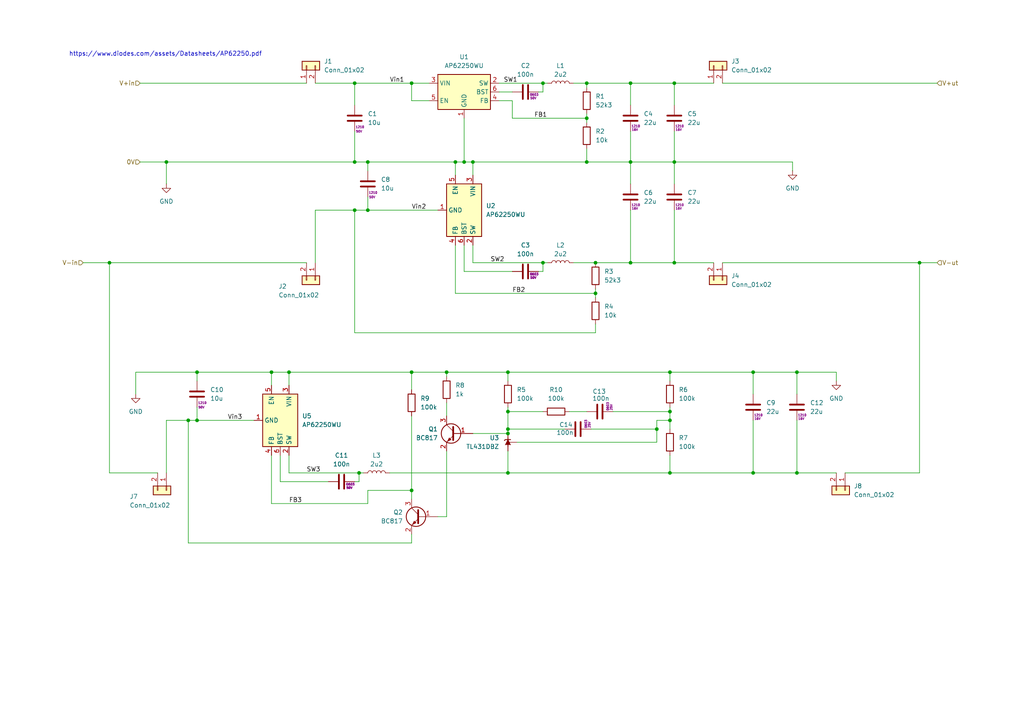
<source format=kicad_sch>
(kicad_sch (version 20231120) (generator "eeschema") (generator_version "8.0")
  (paper "A4")
  (lib_symbols
    (symbol "Connector_Generic:Conn_01x02" (pin_names (offset 1.016) hide)
      (property "Reference" "J" (at 0 2.54 0))
      (property "Value" "Conn_01x02" (at 0 -5.08 0))
      (symbol "Conn_01x02_1_1"
        (rectangle (start -1.27 -2.413) (end 0 -2.667) (stroke (width 0.1524)))
        (rectangle (start -1.27 0.127) (end 0 -0.127) (stroke (width 0.1524)))
        (rectangle (start -1.27 1.27) (end 1.27 -3.81) (stroke (width 0.254)) (fill (type background)))
        (pin passive line (at -5.08 0 0) (length 3.81) (name "Pin_1") (number "1"))
        (pin passive line (at -5.08 -2.54 0) (length 3.81) (name "Pin_2") (number "2"))
      )
    )
    (symbol "Device:C" (pin_numbers hide) (pin_names (offset 0.254))
      (property "Reference" "C" (at 0.635 2.54 0))
      (property "Value" "C" (at 0.635 -2.54 0))
      (symbol "C_0_1"
        (polyline (pts (xy -2.032 -0.762) (xy 2.032 -0.762)) (stroke (width 0.508)))
        (polyline (pts (xy -2.032 0.762) (xy 2.032 0.762)) (stroke (width 0.508)))
      )
      (symbol "C_1_1"
        (pin passive line (at 0 3.81 270) (length 2.794) (name "~") (number "1"))
        (pin passive line (at 0 -3.81 90) (length 2.794) (name "~") (number "2"))
      )
    )
    (symbol "Device:L" (pin_numbers hide) (pin_names (offset 1.016) hide)
      (property "Reference" "L" (at -1.27 0 90))
      (property "Value" "L" (at 1.905 0 90))
      (symbol "L_0_1"
        (arc (start 0 -2.54) (mid 0.6323 -1.905) (end 0 -1.27))
        (arc (start 0 -1.27) (mid 0.6323 -0.635) (end 0 0))
        (arc (start 0 0) (mid 0.6323 0.635) (end 0 1.27))
        (arc (start 0 1.27) (mid 0.6323 1.905) (end 0 2.54))
      )
      (symbol "L_1_1"
        (pin passive line (at 0 3.81 270) (length 1.27) (name "1") (number "1"))
        (pin passive line (at 0 -3.81 90) (length 1.27) (name "2") (number "2"))
      )
    )
    (symbol "Device:R" (pin_numbers hide) (pin_names (offset 0))
      (property "Reference" "R" (at 2.032 0 90))
      (property "Value" "R" (at 0 0 90))
      (symbol "R_0_1"
        (rectangle (start -1.016 -2.54) (end 1.016 2.54) (stroke (width 0.254)))
      )
      (symbol "R_1_1"
        (pin passive line (at 0 3.81 270) (length 1.27) (name "~") (number "1"))
        (pin passive line (at 0 -3.81 90) (length 1.27) (name "~") (number "2"))
      )
    )
    (symbol "Reference_Voltage:TL431DBZ" (pin_numbers hide) (pin_names hide)
      (property "Reference" "U" (at -2.54 2.54 0))
      (property "Value" "TL431DBZ" (at 0 -2.54 0))
      (symbol "TL431DBZ_0_1"
        (polyline (pts (xy -1.27 0) (xy 0 0) (xy 1.27 0)))
        (polyline (pts (xy -0.762 0.762) (xy 0.762 0) (xy -0.762 -0.762)) (fill (type outline)))
        (polyline (pts (xy 0.508 -1.016) (xy 0.762 -0.762) (xy 0.762 0.762) (xy 0.762 0.762)) (stroke (width 0.254)))
      )
      (symbol "TL431DBZ_1_1"
        (pin passive line (at 2.54 0 180) (length 2.54) (name "K") (number "1"))
        (pin passive line (at 0 2.54 270) (length 2.54) (name "REF") (number "2"))
        (pin passive line (at -2.54 0 0) (length 2.54) (name "A") (number "3"))
      )
    )
    (symbol "Regulator_Switching:AP62250WU"
      (property "Reference" "U" (at -7.62 6.35 0))
      (property "Value" "AP62250WU" (at 6.35 -6.35 0))
      (symbol "AP62250WU_0_1"
        (rectangle (start -7.62 5.08) (end 7.62 -5.08) (stroke (width 0.254)) (fill (type background)))
      )
      (symbol "AP62250WU_1_1"
        (pin power_in line (at 0 -7.62 90) (length 2.54) (name "GND") (number "1"))
        (pin output line (at 10.16 2.54 180) (length 2.54) (name "SW") (number "2"))
        (pin power_in line (at -10.16 2.54 0) (length 2.54) (name "VIN") (number "3"))
        (pin input line (at 10.16 -2.54 180) (length 2.54) (name "FB") (number "4"))
        (pin passive line (at -10.16 -2.54 0) (length 2.54) (name "EN") (number "5"))
        (pin passive line (at 10.16 0 180) (length 2.54) (name "BST") (number "6"))
      )
    )
    (symbol "Transistor_BJT:BC817" (pin_names (offset 0) hide)
      (property "Reference" "Q" (at 5.08 1.905 0))
      (property "Value" "BC817" (at 5.08 0 0))
      (symbol "BC817_0_1"
        (polyline (pts (xy 0.635 0.635) (xy 2.54 2.54)))
        (polyline (pts (xy 0.635 -0.635) (xy 2.54 -2.54) (xy 2.54 -2.54)))
        (polyline (pts (xy 0.635 1.905) (xy 0.635 -1.905) (xy 0.635 -1.905)) (stroke (width 0.508)))
        (polyline (pts (xy 1.27 -1.778) (xy 1.778 -1.27) (xy 2.286 -2.286) (xy 1.27 -1.778) (xy 1.27 -1.778)) (fill (type outline)))
        (circle (center 1.27 0) (radius 2.8194) (stroke (width 0.254)))
      )
      (symbol "BC817_1_1"
        (pin input line (at -5.08 0 0) (length 5.715) (name "B") (number "1"))
        (pin passive line (at 2.54 -5.08 90) (length 2.54) (name "E") (number "2"))
        (pin passive line (at 2.54 5.08 270) (length 2.54) (name "C") (number "3"))
      )
    )
    (symbol "power:GND" (power) (pin_numbers hide) (pin_names (offset 0) hide)
      (property "Value" "GND" (at 0 -3.81 0))
      (symbol "GND_0_1"
        (polyline (pts (xy 0 0) (xy 0 -1.27) (xy 1.27 -1.27) (xy 0 -2.54) (xy -1.27 -1.27) (xy 0 -1.27)))
      )
      (symbol "GND_1_1"
        (pin power_in line (at 0 0 270) (length 0) (name "~") (number "1"))
      )
    )
  )
  (junction (at 266.7 76.2))
  (junction (at 194.31 107.95))
  (junction (at 147.32 125.73))
  (junction (at 172.72 76.2))
  (junction (at 170.18 46.99))
  (junction (at 182.88 76.2))
  (junction (at 218.44 107.95))
  (junction (at 195.58 46.99))
  (junction (at 134.62 46.99))
  (junction (at 102.87 24.13))
  (junction (at 170.18 24.13))
  (junction (at 104.14 137.16))
  (junction (at 170.18 34.29))
  (junction (at 190.5 124.46))
  (junction (at 147.32 124.46))
  (junction (at 137.16 46.99))
  (junction (at 182.88 24.13))
  (junction (at 132.08 46.99))
  (junction (at 195.58 24.13))
  (junction (at 182.88 46.99))
  (junction (at 194.31 121.92))
  (junction (at 194.31 137.16))
  (junction (at 102.87 60.96))
  (junction (at 172.72 85.09))
  (junction (at 54.61 121.92))
  (junction (at 57.15 121.92))
  (junction (at 157.48 76.2))
  (junction (at 57.15 107.95))
  (junction (at 195.58 76.2))
  (junction (at 147.32 137.16))
  (junction (at 147.32 119.38))
  (junction (at 157.48 24.13))
  (junction (at 129.54 107.95))
  (junction (at 102.87 46.99))
  (junction (at 119.38 24.13))
  (junction (at 78.74 107.95))
  (junction (at 231.14 107.95))
  (junction (at 48.26 46.99))
  (junction (at 106.68 46.99))
  (junction (at 147.32 107.95))
  (junction (at 119.38 142.24))
  (junction (at 218.44 137.16))
  (junction (at 31.75 76.2))
  (junction (at 83.82 107.95))
  (junction (at 231.14 137.16))
  (junction (at 106.68 60.96))
  (junction (at 119.38 107.95))
  (junction (at 194.31 119.38))
  (wire (pts (xy 119.38 29.21) (xy 119.38 24.13)))
  (wire (pts (xy 242.57 107.95) (xy 242.57 110.49)))
  (wire (pts (xy 40.64 24.13) (xy 88.9 24.13)))
  (wire (pts (xy 147.32 119.38) (xy 147.32 124.46)))
  (wire (pts (xy 195.58 38.1) (xy 195.58 46.99)))
  (wire (pts (xy 172.72 76.2) (xy 182.88 76.2)))
  (wire (pts (xy 91.44 76.2) (xy 91.44 60.96)))
  (wire (pts (xy 83.82 137.16) (xy 104.14 137.16)))
  (wire (pts (xy 102.87 38.1) (xy 102.87 46.99)))
  (wire (pts (xy 127 149.86) (xy 129.54 149.86)))
  (wire (pts (xy 132.08 85.09) (xy 172.72 85.09)))
  (wire (pts (xy 147.32 119.38) (xy 157.48 119.38)))
  (wire (pts (xy 54.61 157.48) (xy 119.38 157.48)))
  (wire (pts (xy 245.11 137.16) (xy 266.7 137.16)))
  (wire (pts (xy 195.58 24.13) (xy 207.01 24.13)))
  (wire (pts (xy 195.58 60.96) (xy 195.58 76.2)))
  (wire (pts (xy 134.62 78.74) (xy 134.62 71.12)))
  (wire (pts (xy 156.21 26.67) (xy 157.48 26.67)))
  (wire (pts (xy 147.32 107.95) (xy 194.31 107.95)))
  (wire (pts (xy 172.72 85.09) (xy 172.72 86.36)))
  (wire (pts (xy 119.38 154.94) (xy 119.38 157.48)))
  (wire (pts (xy 147.32 130.81) (xy 147.32 137.16)))
  (wire (pts (xy 104.14 137.16) (xy 104.14 139.7)))
  (wire (pts (xy 106.68 46.99) (xy 106.68 49.53)))
  (wire (pts (xy 102.87 60.96) (xy 102.87 96.52)))
  (wire (pts (xy 195.58 46.99) (xy 195.58 53.34)))
  (wire (pts (xy 39.37 107.95) (xy 57.15 107.95)))
  (wire (pts (xy 194.31 118.11) (xy 194.31 119.38)))
  (wire (pts (xy 102.87 46.99) (xy 106.68 46.99)))
  (wire (pts (xy 148.59 34.29) (xy 170.18 34.29)))
  (wire (pts (xy 182.88 24.13) (xy 182.88 30.48)))
  (wire (pts (xy 157.48 76.2) (xy 157.48 78.74)))
  (wire (pts (xy 149.86 128.27) (xy 190.5 128.27)))
  (wire (pts (xy 147.32 124.46) (xy 163.83 124.46)))
  (wire (pts (xy 190.5 124.46) (xy 190.5 121.92)))
  (wire (pts (xy 48.26 46.99) (xy 48.26 53.34)))
  (wire (pts (xy 172.72 96.52) (xy 102.87 96.52)))
  (wire (pts (xy 182.88 46.99) (xy 195.58 46.99)))
  (wire (pts (xy 57.15 118.11) (xy 57.15 121.92)))
  (wire (pts (xy 137.16 46.99) (xy 170.18 46.99)))
  (wire (pts (xy 48.26 121.92) (xy 54.61 121.92)))
  (wire (pts (xy 148.59 29.21) (xy 148.59 34.29)))
  (wire (pts (xy 144.78 29.21) (xy 148.59 29.21)))
  (wire (pts (xy 83.82 107.95) (xy 83.82 111.76)))
  (wire (pts (xy 194.31 107.95) (xy 218.44 107.95)))
  (wire (pts (xy 132.08 46.99) (xy 134.62 46.99)))
  (wire (pts (xy 144.78 26.67) (xy 148.59 26.67)))
  (wire (pts (xy 194.31 119.38) (xy 194.31 121.92)))
  (wire (pts (xy 182.88 24.13) (xy 195.58 24.13)))
  (wire (pts (xy 81.28 139.7) (xy 81.28 132.08)))
  (wire (pts (xy 31.75 76.2) (xy 31.75 137.16)))
  (wire (pts (xy 157.48 24.13) (xy 158.75 24.13)))
  (wire (pts (xy 229.87 46.99) (xy 229.87 49.53)))
  (wire (pts (xy 129.54 149.86) (xy 129.54 130.81)))
  (wire (pts (xy 91.44 60.96) (xy 102.87 60.96)))
  (wire (pts (xy 182.88 46.99) (xy 182.88 53.34)))
  (wire (pts (xy 147.32 125.73) (xy 147.32 124.46)))
  (wire (pts (xy 218.44 137.16) (xy 231.14 137.16)))
  (wire (pts (xy 78.74 111.76) (xy 78.74 107.95)))
  (wire (pts (xy 157.48 76.2) (xy 158.75 76.2)))
  (wire (pts (xy 166.37 24.13) (xy 170.18 24.13)))
  (wire (pts (xy 31.75 76.2) (xy 88.9 76.2)))
  (wire (pts (xy 177.8 119.38) (xy 194.31 119.38)))
  (wire (pts (xy 31.75 137.16) (xy 45.72 137.16)))
  (wire (pts (xy 182.88 38.1) (xy 182.88 46.99)))
  (wire (pts (xy 148.59 78.74) (xy 134.62 78.74)))
  (wire (pts (xy 194.31 121.92) (xy 194.31 124.46)))
  (wire (pts (xy 182.88 76.2) (xy 195.58 76.2)))
  (wire (pts (xy 218.44 107.95) (xy 218.44 114.3)))
  (wire (pts (xy 156.21 78.74) (xy 157.48 78.74)))
  (wire (pts (xy 106.68 60.96) (xy 127 60.96)))
  (wire (pts (xy 119.38 107.95) (xy 129.54 107.95)))
  (wire (pts (xy 106.68 146.05) (xy 106.68 142.24)))
  (wire (pts (xy 231.14 137.16) (xy 242.57 137.16)))
  (wire (pts (xy 218.44 107.95) (xy 231.14 107.95)))
  (wire (pts (xy 48.26 46.99) (xy 102.87 46.99)))
  (wire (pts (xy 129.54 107.95) (xy 147.32 107.95)))
  (wire (pts (xy 147.32 107.95) (xy 147.32 110.49)))
  (wire (pts (xy 24.13 76.2) (xy 31.75 76.2)))
  (wire (pts (xy 83.82 132.08) (xy 83.82 137.16)))
  (wire (pts (xy 57.15 107.95) (xy 78.74 107.95)))
  (wire (pts (xy 119.38 120.65) (xy 119.38 142.24)))
  (wire (pts (xy 83.82 107.95) (xy 119.38 107.95)))
  (wire (pts (xy 170.18 46.99) (xy 182.88 46.99)))
  (wire (pts (xy 78.74 107.95) (xy 83.82 107.95)))
  (wire (pts (xy 102.87 24.13) (xy 119.38 24.13)))
  (wire (pts (xy 137.16 46.99) (xy 137.16 50.8)))
  (wire (pts (xy 194.31 137.16) (xy 218.44 137.16)))
  (wire (pts (xy 231.14 107.95) (xy 231.14 114.3)))
  (wire (pts (xy 190.5 128.27) (xy 190.5 124.46)))
  (wire (pts (xy 144.78 24.13) (xy 157.48 24.13)))
  (wire (pts (xy 137.16 76.2) (xy 157.48 76.2)))
  (wire (pts (xy 190.5 121.92) (xy 194.31 121.92)))
  (wire (pts (xy 39.37 107.95) (xy 39.37 114.3)))
  (wire (pts (xy 170.18 24.13) (xy 182.88 24.13)))
  (wire (pts (xy 132.08 71.12) (xy 132.08 85.09)))
  (wire (pts (xy 170.18 33.02) (xy 170.18 34.29)))
  (wire (pts (xy 147.32 137.16) (xy 194.31 137.16)))
  (wire (pts (xy 48.26 137.16) (xy 48.26 121.92)))
  (wire (pts (xy 195.58 24.13) (xy 195.58 30.48)))
  (wire (pts (xy 102.87 24.13) (xy 102.87 30.48)))
  (wire (pts (xy 40.64 46.99) (xy 48.26 46.99)))
  (wire (pts (xy 172.72 83.82) (xy 172.72 85.09)))
  (wire (pts (xy 231.14 107.95) (xy 242.57 107.95)))
  (wire (pts (xy 106.68 142.24) (xy 119.38 142.24)))
  (wire (pts (xy 57.15 121.92) (xy 73.66 121.92)))
  (wire (pts (xy 129.54 116.84) (xy 129.54 120.65)))
  (wire (pts (xy 182.88 60.96) (xy 182.88 76.2)))
  (wire (pts (xy 106.68 46.99) (xy 132.08 46.99)))
  (wire (pts (xy 129.54 107.95) (xy 129.54 109.22)))
  (wire (pts (xy 195.58 76.2) (xy 207.01 76.2)))
  (wire (pts (xy 113.03 137.16) (xy 147.32 137.16)))
  (wire (pts (xy 134.62 46.99) (xy 137.16 46.99)))
  (wire (pts (xy 78.74 132.08) (xy 78.74 146.05)))
  (wire (pts (xy 166.37 76.2) (xy 172.72 76.2)))
  (wire (pts (xy 95.25 139.7) (xy 81.28 139.7)))
  (wire (pts (xy 195.58 46.99) (xy 229.87 46.99)))
  (wire (pts (xy 172.72 93.98) (xy 172.72 96.52)))
  (wire (pts (xy 104.14 137.16) (xy 105.41 137.16)))
  (wire (pts (xy 119.38 107.95) (xy 119.38 113.03)))
  (wire (pts (xy 171.45 124.46) (xy 190.5 124.46)))
  (wire (pts (xy 147.32 118.11) (xy 147.32 119.38)))
  (wire (pts (xy 134.62 34.29) (xy 134.62 46.99)))
  (wire (pts (xy 194.31 107.95) (xy 194.31 110.49)))
  (wire (pts (xy 119.38 24.13) (xy 124.46 24.13)))
  (wire (pts (xy 119.38 142.24) (xy 119.38 144.78)))
  (wire (pts (xy 165.1 119.38) (xy 170.18 119.38)))
  (wire (pts (xy 231.14 121.92) (xy 231.14 137.16)))
  (wire (pts (xy 170.18 34.29) (xy 170.18 35.56)))
  (wire (pts (xy 57.15 107.95) (xy 57.15 110.49)))
  (wire (pts (xy 137.16 125.73) (xy 147.32 125.73)))
  (wire (pts (xy 102.87 139.7) (xy 104.14 139.7)))
  (wire (pts (xy 54.61 121.92) (xy 57.15 121.92)))
  (wire (pts (xy 132.08 50.8) (xy 132.08 46.99)))
  (wire (pts (xy 102.87 60.96) (xy 106.68 60.96)))
  (wire (pts (xy 218.44 121.92) (xy 218.44 137.16)))
  (wire (pts (xy 54.61 121.92) (xy 54.61 157.48)))
  (wire (pts (xy 124.46 29.21) (xy 119.38 29.21)))
  (wire (pts (xy 266.7 76.2) (xy 271.78 76.2)))
  (wire (pts (xy 78.74 146.05) (xy 106.68 146.05)))
  (wire (pts (xy 91.44 24.13) (xy 102.87 24.13)))
  (wire (pts (xy 137.16 71.12) (xy 137.16 76.2)))
  (wire (pts (xy 157.48 24.13) (xy 157.48 26.67)))
  (wire (pts (xy 106.68 57.15) (xy 106.68 60.96)))
  (wire (pts (xy 266.7 137.16) (xy 266.7 76.2)))
  (wire (pts (xy 209.55 76.2) (xy 266.7 76.2)))
  (wire (pts (xy 170.18 24.13) (xy 170.18 25.4)))
  (wire (pts (xy 209.55 24.13) (xy 271.78 24.13)))
  (wire (pts (xy 194.31 132.08) (xy 194.31 137.16)))
  (wire (pts (xy 170.18 43.18) (xy 170.18 46.99)))
  (text "https://www.diodes.com/assets/Datasheets/AP62250.pdf" (at 48.006 15.748 0) (effects (font (size 1.27 1.27))))
  (label "Vin2" (at 119.38 60.96 0))
  (label "FB2" (at 148.59 85.09 0))
  (label "FB1" (at 154.94 34.29 0))
  (label "Vin1" (at 113.03 24.13 0))
  (label "SW1" (at 146.05 24.13 0))
  (label "SW3" (at 88.9 137.16 0))
  (label "FB3" (at 83.82 146.05 0))
  (label "Vin3" (at 66.04 121.92 0))
  (label "SW2" (at 142.24 76.2 0))
  (hierarchical_label "V+in" (shape input) (at 40.64 24.13 180))
  (hierarchical_label "V+ut" (shape input) (at 271.78 24.13 0))
  (hierarchical_label "0V" (shape input) (at 40.64 46.99 180))
  (hierarchical_label "V-ut" (shape input) (at 271.78 76.2 0))
  (hierarchical_label "V-in" (shape input) (at 24.13 76.2 180))
  (symbol (lib_id "Connector_Generic:Conn_01x02") (at 91.44 81.28 270) (unit 1)
    (property "Reference" "J2" (at 80.772 83.058 90) (effects (justify left)))
    (property "Value" "Conn_01x02" (at 80.772 85.598 90) (effects (justify left)))
    (property "Footprint" "Connector_PinHeader_2.54mm:PinHeader_1x02_P2.54mm_Vertical" (effects (hide yes)))
    (property "Description" "Generic connector, single row, 01x02, script generated (kicad-library-utils/schlib/autogen/connector/)" (effects (hide yes)))
  )
  (symbol (lib_id "Device:C") (at 152.4 26.67 90) (unit 1)
    (property "Reference" "C2" (at 152.4 19.05 90))
    (property "Value" "100n" (at 152.4 21.59 90))
    (property "Footprint" "Capacitor_SMD:C_0603_1608Metric_Pad1.08x0.95mm_HandSolder" (effects (hide yes)))
    (property "Description" "Unpolarized capacitor" (effects (hide yes)))
    (property "Voltage" "50V" (at 154.686 28.448 90) (effects (font (size 0.635 0.635))))
    (property "Package" "0603" (at 154.94 27.432 90) (effects (font (size 0.635 0.635))))
  )
  (symbol (lib_id "Device:R") (at 170.18 29.21 0) (unit 1)
    (property "Reference" "R1" (at 172.72 27.9399 0) (effects (justify left)))
    (property "Value" "52k3" (at 172.72 30.4799 0) (effects (justify left)))
    (property "Footprint" "Resistor_SMD:R_0603_1608Metric_Pad0.98x0.95mm_HandSolder" (effects (hide yes)))
    (property "Description" "Resistor" (effects (hide yes)))
    (property "Package" "0603" (effects (hide yes)))
  )
  (symbol (lib_id "Device:C") (at 218.44 118.11 0) (unit 1)
    (property "Reference" "C9" (at 222.25 116.8399 0) (effects (justify left)))
    (property "Value" "22u" (at 222.25 119.3799 0) (effects (justify left)))
    (property "Footprint" "Capacitor_SMD:C_1210_3225Metric_Pad1.33x2.70mm_HandSolder" (effects (hide yes)))
    (property "Description" "Unpolarized capacitor" (effects (hide yes)))
    (property "Package" "1210" (at 219.964 120.396 0) (effects (font (size 0.635 0.635))))
    (property "Voltage" "16V" (at 219.71 121.412 0) (effects (font (size 0.635 0.635))))
  )
  (symbol (lib_id "power:GND") (at 39.37 114.3 0) (unit 1)
    (property "Reference" "#PWR01" (effects (hide yes)))
    (property "Value" "GND" (at 39.37 119.38 0))
    (property "Description" "Power symbol creates a global label with name \"GND\" , ground" (effects (hide yes)))
  )
  (symbol (lib_id "Connector_Generic:Conn_01x02") (at 245.11 142.24 270) (unit 1)
    (property "Reference" "J8" (at 247.65 140.9699 90) (effects (justify left)))
    (property "Value" "Conn_01x02" (at 247.65 143.5099 90) (effects (justify left)))
    (property "Footprint" "Connector_PinHeader_2.54mm:PinHeader_1x02_P2.54mm_Vertical" (effects (hide yes)))
    (property "Description" "Generic connector, single row, 01x02, script generated (kicad-library-utils/schlib/autogen/connector/)" (effects (hide yes)))
  )
  (symbol (lib_id "Device:C") (at 106.68 53.34 0) (unit 1)
    (property "Reference" "C8" (at 110.49 52.0699 0) (effects (justify left)))
    (property "Value" "10u" (at 110.49 54.6099 0) (effects (justify left)))
    (property "Footprint" "Capacitor_SMD:C_1210_3225Metric_Pad1.33x2.70mm_HandSolder" (effects (hide yes)))
    (property "Description" "Unpolarized capacitor" (effects (hide yes)))
    (property "Voltage" "50V" (at 107.95 57.15 0) (effects (font (size 0.635 0.635))))
    (property "Package" "1210" (at 108.204 55.88 0) (effects (font (size 0.635 0.635))))
  )
  (symbol (lib_id "Device:C") (at 152.4 78.74 90) (unit 1)
    (property "Reference" "C3" (at 152.4 71.12 90))
    (property "Value" "100n" (at 152.4 73.66 90))
    (property "Footprint" "Capacitor_SMD:C_0603_1608Metric_Pad1.08x0.95mm_HandSolder" (effects (hide yes)))
    (property "Description" "Unpolarized capacitor" (effects (hide yes)))
    (property "Voltage" "50V" (at 154.686 80.518 90) (effects (font (size 0.635 0.635))))
    (property "Package" "0603" (at 154.94 79.502 90) (effects (font (size 0.635 0.635))))
  )
  (symbol (lib_id "Device:C") (at 167.64 124.46 90) (unit 1)
    (property "Reference" "C14" (at 166.116 123.19 90) (effects (justify left)))
    (property "Value" "100n" (at 166.37 125.476 90) (effects (justify left)))
    (property "Footprint" "Capacitor_SMD:C_0603_1608Metric_Pad1.08x0.95mm_HandSolder" (effects (hide yes)))
    (property "Description" "Unpolarized capacitor" (effects (hide yes)))
    (property "Package" "0603" (at 169.926 122.936 0) (effects (font (size 0.635 0.635))))
    (property "Voltage" "25V" (at 170.942 123.19 0) (effects (font (size 0.635 0.635))))
  )
  (symbol (lib_id "Device:C") (at 102.87 34.29 0) (unit 1)
    (property "Reference" "C1" (at 106.68 33.0199 0) (effects (justify left)))
    (property "Value" "10u" (at 106.68 35.5599 0) (effects (justify left)))
    (property "Footprint" "Capacitor_SMD:C_1210_3225Metric_Pad1.33x2.70mm_HandSolder" (effects (hide yes)))
    (property "Description" "Unpolarized capacitor" (effects (hide yes)))
    (property "Voltage" "50V" (at 104.14 38.1 0) (effects (font (size 0.635 0.635))))
    (property "Package" "1210" (at 104.394 36.83 0) (effects (font (size 0.635 0.635))))
  )
  (symbol (lib_id "Reference_Voltage:TL431DBZ") (at 147.32 128.27 270) (mirror x) (unit 1)
    (property "Reference" "U3" (at 144.78 126.9999 90) (effects (justify right)))
    (property "Value" "TL431DBZ" (at 144.78 129.5399 90) (effects (justify right)))
    (property "Footprint" "Package_TO_SOT_SMD:SOT-23" (effects (hide yes)))
    (property "Datasheet" "http://www.ti.com/lit/ds/symlink/tl431.pdf" (effects (hide yes)))
    (property "Description" "Shunt Regulator, SOT-23" (effects (hide yes)))
    (property "MPN" "TL431" (effects (hide yes)))
  )
  (symbol (lib_id "Device:C") (at 57.15 114.3 0) (unit 1)
    (property "Reference" "C10" (at 60.96 113.0299 0) (effects (justify left)))
    (property "Value" "10u" (at 60.96 115.5699 0) (effects (justify left)))
    (property "Footprint" "Capacitor_SMD:C_1210_3225Metric_Pad1.33x2.70mm_HandSolder" (effects (hide yes)))
    (property "Description" "Unpolarized capacitor" (effects (hide yes)))
    (property "Voltage" "50V" (at 58.42 118.11 0) (effects (font (size 0.635 0.635))))
    (property "Package" "1210" (at 58.674 116.84 0) (effects (font (size 0.635 0.635))))
  )
  (symbol (lib_id "power:GND") (at 229.87 49.53 0) (unit 1)
    (property "Reference" "#PWR04" (effects (hide yes)))
    (property "Value" "GND" (at 229.87 54.61 0))
    (property "Description" "Power symbol creates a global label with name \"GND\" , ground" (effects (hide yes)))
  )
  (symbol (lib_id "Device:C") (at 182.88 57.15 0) (unit 1)
    (property "Reference" "C6" (at 186.69 55.8799 0) (effects (justify left)))
    (property "Value" "22u" (at 186.69 58.4199 0) (effects (justify left)))
    (property "Footprint" "Capacitor_SMD:C_1210_3225Metric_Pad1.33x2.70mm_HandSolder" (effects (hide yes)))
    (property "Description" "Unpolarized capacitor" (effects (hide yes)))
    (property "Package" "1210" (at 184.404 59.436 0) (effects (font (size 0.635 0.635))))
    (property "Voltage" "16V" (at 184.15 60.452 0) (effects (font (size 0.635 0.635))))
  )
  (symbol (lib_id "power:GND") (at 48.26 53.34 0) (unit 1)
    (property "Reference" "#PWR03" (effects (hide yes)))
    (property "Value" "GND" (at 48.26 58.42 0))
    (property "Description" "Power symbol creates a global label with name \"GND\" , ground" (effects (hide yes)))
  )
  (symbol (lib_id "Device:C") (at 182.88 34.29 0) (unit 1)
    (property "Reference" "C4" (at 186.69 33.0199 0) (effects (justify left)))
    (property "Value" "22u" (at 186.69 35.5599 0) (effects (justify left)))
    (property "Footprint" "Capacitor_SMD:C_1210_3225Metric_Pad1.33x2.70mm_HandSolder" (effects (hide yes)))
    (property "Description" "Unpolarized capacitor" (effects (hide yes)))
    (property "Package" "1210" (at 184.404 36.576 0) (effects (font (size 0.635 0.635))))
    (property "Voltage" "16V" (at 184.15 37.592 0) (effects (font (size 0.635 0.635))))
  )
  (symbol (lib_id "Device:L") (at 109.22 137.16 90) (unit 1)
    (property "Reference" "L3" (at 109.22 132.08 90))
    (property "Value" "2u2" (at 109.22 134.62 90))
    (property "Footprint" "buck_lib:L_Eaton_DR74" (effects (hide yes)))
    (property "Description" "Inductor" (effects (hide yes)))
    (property "MPN" "DR74-4R7-R" (effects (hide yes)))
    (property "Mfr" "Eaton - Electronics Division" (effects (hide yes)))
  )
  (symbol (lib_id "Connector_Generic:Conn_01x02") (at 88.9 19.05 90) (unit 1)
    (property "Reference" "J1" (at 93.98 17.7799 90) (effects (justify right)))
    (property "Value" "Conn_01x02" (at 93.98 20.3199 90) (effects (justify right)))
    (property "Footprint" "Connector_PinHeader_2.54mm:PinHeader_1x02_P2.54mm_Vertical" (effects (hide yes)))
    (property "Description" "Generic connector, single row, 01x02, script generated (kicad-library-utils/schlib/autogen/connector/)" (effects (hide yes)))
  )
  (symbol (lib_id "Connector_Generic:Conn_01x02") (at 48.26 142.24 270) (unit 1)
    (property "Reference" "J7" (at 37.592 144.018 90) (effects (justify left)))
    (property "Value" "Conn_01x02" (at 37.592 146.558 90) (effects (justify left)))
    (property "Footprint" "Connector_PinHeader_2.54mm:PinHeader_1x02_P2.54mm_Vertical" (effects (hide yes)))
    (property "Description" "Generic connector, single row, 01x02, script generated (kicad-library-utils/schlib/autogen/connector/)" (effects (hide yes)))
  )
  (symbol (lib_id "Device:R") (at 170.18 39.37 0) (unit 1)
    (property "Reference" "R2" (at 172.72 38.0999 0) (effects (justify left)))
    (property "Value" "10k" (at 172.72 40.6399 0) (effects (justify left)))
    (property "Footprint" "Resistor_SMD:R_0603_1608Metric_Pad0.98x0.95mm_HandSolder" (effects (hide yes)))
    (property "Description" "Resistor" (effects (hide yes)))
    (property "Package" "0603" (effects (hide yes)))
  )
  (symbol (lib_id "Device:R") (at 172.72 80.01 0) (unit 1)
    (property "Reference" "R3" (at 175.26 78.7399 0) (effects (justify left)))
    (property "Value" "52k3" (at 175.26 81.2799 0) (effects (justify left)))
    (property "Footprint" "Resistor_SMD:R_0603_1608Metric_Pad0.98x0.95mm_HandSolder" (effects (hide yes)))
    (property "Description" "Resistor" (effects (hide yes)))
    (property "Package" "0603" (effects (hide yes)))
  )
  (symbol (lib_id "Device:C") (at 173.99 119.38 90) (unit 1)
    (property "Reference" "C13" (at 175.768 113.538 90) (effects (justify left)))
    (property "Value" "100n" (at 176.784 115.57 90) (effects (justify left)))
    (property "Footprint" "Capacitor_SMD:C_0603_1608Metric_Pad1.08x0.95mm_HandSolder" (effects (hide yes)))
    (property "Description" "Unpolarized capacitor" (effects (hide yes)))
    (property "Package" "0603" (at 176.276 117.856 0) (effects (font (size 0.635 0.635))))
    (property "Voltage" "25V" (at 177.292 118.11 0) (effects (font (size 0.635 0.635))))
  )
  (symbol (lib_id "Device:L") (at 162.56 76.2 90) (unit 1)
    (property "Reference" "L2" (at 162.56 71.12 90))
    (property "Value" "2u2" (at 162.56 73.66 90))
    (property "Footprint" "buck_lib:L_Eaton_DR74" (effects (hide yes)))
    (property "Description" "Inductor" (effects (hide yes)))
    (property "MPN" "DR74-4R7-R" (effects (hide yes)))
    (property "Mfr" "Eaton - Electronics Division" (effects (hide yes)))
  )
  (symbol (lib_id "Regulator_Switching:AP62250WU") (at 134.62 26.67 0) (unit 1)
    (property "Reference" "U1" (at 134.62 16.51 0))
    (property "Value" "AP62250WU" (at 134.62 19.05 0))
    (property "Footprint" "Package_TO_SOT_SMD:TSOT-23-6" (effects (hide yes)))
    (property "Datasheet" "https://www.diodes.com/assets/Datasheets/AP62250.pdf" (effects (hide yes)))
    (property "Description" "2.5A, 1.3MHz Buck DC/DC Converter, 4.2V-18V input voltage, 0.8V-7V adjustable output voltage, TSOT-23-6" (effects (hide yes)))
    (property "MPN" "AP62250WU" (effects (hide yes)))
    (property "Mfr" "Diodes Inc." (effects (hide yes)))
  )
  (symbol (lib_id "Regulator_Switching:AP62250WU") (at 81.28 121.92 270) (unit 1)
    (property "Reference" "U5" (at 87.63 120.6499 90) (effects (justify left)))
    (property "Value" "AP62250WU" (at 87.63 123.1899 90) (effects (justify left)))
    (property "Footprint" "Package_TO_SOT_SMD:TSOT-23-6" (effects (hide yes)))
    (property "Datasheet" "https://www.diodes.com/assets/Datasheets/AP62250.pdf" (effects (hide yes)))
    (property "Description" "2.5A, 1.3MHz Buck DC/DC Converter, 4.2V-18V input voltage, 0.8V-7V adjustable output voltage, TSOT-23-6" (effects (hide yes)))
    (property "MPN" "AP62250WU" (effects (hide yes)))
    (property "Mfr" "Diodes Inc." (effects (hide yes)))
  )
  (symbol (lib_id "Device:C") (at 195.58 57.15 0) (unit 1)
    (property "Reference" "C7" (at 199.39 55.8799 0) (effects (justify left)))
    (property "Value" "22u" (at 199.39 58.4199 0) (effects (justify left)))
    (property "Footprint" "Capacitor_SMD:C_1210_3225Metric_Pad1.33x2.70mm_HandSolder" (effects (hide yes)))
    (property "Description" "Unpolarized capacitor" (effects (hide yes)))
    (property "Package" "1210" (at 197.104 59.436 0) (effects (font (size 0.635 0.635))))
    (property "Voltage" "16V" (at 196.85 60.452 0) (effects (font (size 0.635 0.635))))
  )
  (symbol (lib_id "Device:C") (at 195.58 34.29 0) (unit 1)
    (property "Reference" "C5" (at 199.39 33.0199 0) (effects (justify left)))
    (property "Value" "22u" (at 199.39 35.5599 0) (effects (justify left)))
    (property "Footprint" "Capacitor_SMD:C_1210_3225Metric_Pad1.33x2.70mm_HandSolder" (effects (hide yes)))
    (property "Description" "Unpolarized capacitor" (effects (hide yes)))
    (property "Package" "1210" (at 197.104 36.576 0) (effects (font (size 0.635 0.635))))
    (property "Voltage" "16V" (at 196.85 37.592 0) (effects (font (size 0.635 0.635))))
  )
  (symbol (lib_id "power:GND") (at 242.57 110.49 0) (unit 1)
    (property "Reference" "#PWR08" (effects (hide yes)))
    (property "Value" "GND" (at 242.57 115.57 0))
    (property "Description" "Power symbol creates a global label with name \"GND\" , ground" (effects (hide yes)))
  )
  (symbol (lib_id "Device:R") (at 119.38 116.84 0) (unit 1)
    (property "Reference" "R9" (at 121.92 115.5699 0) (effects (justify left)))
    (property "Value" "100k" (at 121.92 118.1099 0) (effects (justify left)))
    (property "Footprint" "Resistor_SMD:R_0603_1608Metric_Pad0.98x0.95mm_HandSolder" (effects (hide yes)))
    (property "Description" "Resistor" (effects (hide yes)))
    (property "Package" "0603" (effects (hide yes)))
  )
  (symbol (lib_id "Transistor_BJT:BC817") (at 132.08 125.73 0) (mirror y) (unit 1)
    (property "Reference" "Q1" (at 127 124.4599 0) (effects (justify left)))
    (property "Value" "BC817" (at 127 126.9999 0) (effects (justify left)))
    (property "Footprint" "Package_TO_SOT_SMD:SOT-23" (effects (hide yes)))
    (property "Datasheet" "https://www.onsemi.com/pub/Collateral/BC818-D.pdf" (effects (hide yes)))
    (property "Description" "0.8A Ic, 45V Vce, NPN Transistor, SOT-23" (effects (hide yes)))
    (property "MPN" "BC817" (effects (hide yes)))
  )
  (symbol (lib_id "Device:R") (at 172.72 90.17 0) (unit 1)
    (property "Reference" "R4" (at 175.26 88.8999 0) (effects (justify left)))
    (property "Value" "10k" (at 175.26 91.4399 0) (effects (justify left)))
    (property "Footprint" "Resistor_SMD:R_0603_1608Metric_Pad0.98x0.95mm_HandSolder" (effects (hide yes)))
    (property "Description" "Resistor" (effects (hide yes)))
    (property "Package" "0603" (effects (hide yes)))
  )
  (symbol (lib_id "Device:R") (at 194.31 114.3 0) (unit 1)
    (property "Reference" "R6" (at 196.85 113.0299 0) (effects (justify left)))
    (property "Value" "100k" (at 196.85 115.5699 0) (effects (justify left)))
    (property "Footprint" "Resistor_SMD:R_0603_1608Metric_Pad0.98x0.95mm_HandSolder" (effects (hide yes)))
    (property "Description" "Resistor" (effects (hide yes)))
    (property "Package" "0603" (effects (hide yes)))
  )
  (symbol (lib_id "Connector_Generic:Conn_01x02") (at 207.01 19.05 90) (unit 1)
    (property "Reference" "J3" (at 212.09 17.7799 90) (effects (justify right)))
    (property "Value" "Conn_01x02" (at 212.09 20.3199 90) (effects (justify right)))
    (property "Footprint" "Connector_PinHeader_2.54mm:PinHeader_1x02_P2.54mm_Vertical" (effects (hide yes)))
    (property "Description" "Generic connector, single row, 01x02, script generated (kicad-library-utils/schlib/autogen/connector/)" (effects (hide yes)))
  )
  (symbol (lib_id "Connector_Generic:Conn_01x02") (at 209.55 81.28 270) (unit 1)
    (property "Reference" "J4" (at 212.09 80.0099 90) (effects (justify left)))
    (property "Value" "Conn_01x02" (at 212.09 82.5499 90) (effects (justify left)))
    (property "Footprint" "Connector_PinHeader_2.54mm:PinHeader_1x02_P2.54mm_Vertical" (effects (hide yes)))
    (property "Description" "Generic connector, single row, 01x02, script generated (kicad-library-utils/schlib/autogen/connector/)" (effects (hide yes)))
  )
  (symbol (lib_id "Regulator_Switching:AP62250WU") (at 134.62 60.96 270) (unit 1)
    (property "Reference" "U2" (at 140.97 59.6899 90) (effects (justify left)))
    (property "Value" "AP62250WU" (at 140.97 62.2299 90) (effects (justify left)))
    (property "Footprint" "Package_TO_SOT_SMD:TSOT-23-6" (effects (hide yes)))
    (property "Datasheet" "https://www.diodes.com/assets/Datasheets/AP62250.pdf" (effects (hide yes)))
    (property "Description" "2.5A, 1.3MHz Buck DC/DC Converter, 4.2V-18V input voltage, 0.8V-7V adjustable output voltage, TSOT-23-6" (effects (hide yes)))
    (property "MPN" "AP62250WU" (effects (hide yes)))
    (property "Mfr" "Diodes Inc." (effects (hide yes)))
  )
  (symbol (lib_id "Device:C") (at 231.14 118.11 0) (unit 1)
    (property "Reference" "C12" (at 234.95 116.8399 0) (effects (justify left)))
    (property "Value" "22u" (at 234.95 119.3799 0) (effects (justify left)))
    (property "Footprint" "Capacitor_SMD:C_1210_3225Metric_Pad1.33x2.70mm_HandSolder" (effects (hide yes)))
    (property "Description" "Unpolarized capacitor" (effects (hide yes)))
    (property "Package" "1210" (at 232.664 120.396 0) (effects (font (size 0.635 0.635))))
    (property "Voltage" "16V" (at 232.41 121.412 0) (effects (font (size 0.635 0.635))))
  )
  (symbol (lib_id "Device:C") (at 99.06 139.7 90) (unit 1)
    (property "Reference" "C11" (at 99.06 132.08 90))
    (property "Value" "100n" (at 99.06 134.62 90))
    (property "Footprint" "Capacitor_SMD:C_0603_1608Metric_Pad1.08x0.95mm_HandSolder" (effects (hide yes)))
    (property "Description" "Unpolarized capacitor" (effects (hide yes)))
    (property "Voltage" "50V" (at 101.346 141.478 90) (effects (font (size 0.635 0.635))))
    (property "Package" "0603" (at 101.6 140.462 90) (effects (font (size 0.635 0.635))))
  )
  (symbol (lib_id "Transistor_BJT:BC817") (at 121.92 149.86 0) (mirror y) (unit 1)
    (property "Reference" "Q2" (at 116.84 148.5899 0) (effects (justify left)))
    (property "Value" "BC817" (at 116.84 151.1299 0) (effects (justify left)))
    (property "Footprint" "Package_TO_SOT_SMD:SOT-23" (effects (hide yes)))
    (property "Datasheet" "https://www.onsemi.com/pub/Collateral/BC818-D.pdf" (effects (hide yes)))
    (property "Description" "0.8A Ic, 45V Vce, NPN Transistor, SOT-23" (effects (hide yes)))
    (property "MPN" "BC817" (effects (hide yes)))
  )
  (symbol (lib_id "Device:R") (at 147.32 114.3 0) (unit 1)
    (property "Reference" "R5" (at 149.86 113.0299 0) (effects (justify left)))
    (property "Value" "100k" (at 149.86 115.5699 0) (effects (justify left)))
    (property "Footprint" "Resistor_SMD:R_0603_1608Metric_Pad0.98x0.95mm_HandSolder" (effects (hide yes)))
    (property "Description" "Resistor" (effects (hide yes)))
    (property "Package" "0603" (effects (hide yes)))
  )
  (symbol (lib_id "Device:R") (at 194.31 128.27 0) (unit 1)
    (property "Reference" "R7" (at 196.85 126.9999 0) (effects (justify left)))
    (property "Value" "100k" (at 196.85 129.5399 0) (effects (justify left)))
    (property "Footprint" "Resistor_SMD:R_0603_1608Metric_Pad0.98x0.95mm_HandSolder" (effects (hide yes)))
    (property "Description" "Resistor" (effects (hide yes)))
    (property "Package" "0603" (effects (hide yes)))
  )
  (symbol (lib_id "Device:R") (at 129.54 113.03 0) (unit 1)
    (property "Reference" "R8" (at 132.08 111.7599 0) (effects (justify left)))
    (property "Value" "1k" (at 132.08 114.2999 0) (effects (justify left)))
    (property "Footprint" "Resistor_SMD:R_0603_1608Metric_Pad0.98x0.95mm_HandSolder" (effects (hide yes)))
    (property "Description" "Resistor" (effects (hide yes)))
    (property "Package" "0603" (effects (hide yes)))
  )
  (symbol (lib_id "Device:R") (at 161.29 119.38 90) (unit 1)
    (property "Reference" "R10" (at 161.29 113.03 90))
    (property "Value" "100k" (at 161.29 115.57 90))
    (property "Footprint" "Resistor_SMD:R_0603_1608Metric_Pad0.98x0.95mm_HandSolder" (effects (hide yes)))
    (property "Description" "Resistor" (effects (hide yes)))
    (property "Package" "0603" (effects (hide yes)))
  )
  (symbol (lib_id "Device:L") (at 162.56 24.13 90) (unit 1)
    (property "Reference" "L1" (at 162.56 19.05 90))
    (property "Value" "2u2" (at 162.56 21.59 90))
    (property "Footprint" "buck_lib:L_Eaton_DR74" (effects (hide yes)))
    (property "Description" "Inductor" (effects (hide yes)))
    (property "MPN" "DR74-4R7-R" (effects (hide yes)))
    (property "Mfr" "Eaton - Electronics Division" (effects (hide yes)))
  )
)
</source>
